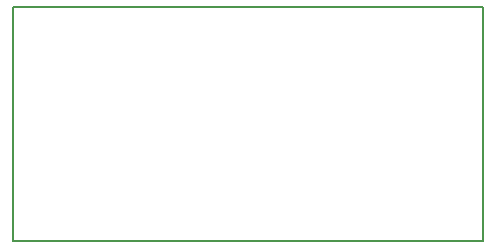
<source format=gm1>
G04 MADE WITH FRITZING*
G04 WWW.FRITZING.ORG*
G04 DOUBLE SIDED*
G04 HOLES PLATED*
G04 CONTOUR ON CENTER OF CONTOUR VECTOR*
%ASAXBY*%
%FSLAX23Y23*%
%MOIN*%
%OFA0B0*%
%SFA1.0B1.0*%
%ADD10R,1.575330X0.787402*%
%ADD11C,0.008000*%
%ADD10C,0.008*%
%LNCONTOUR*%
G90*
G70*
G54D10*
G54D11*
X4Y783D02*
X1571Y783D01*
X1571Y4D01*
X4Y4D01*
X4Y783D01*
D02*
G04 End of contour*
M02*
</source>
